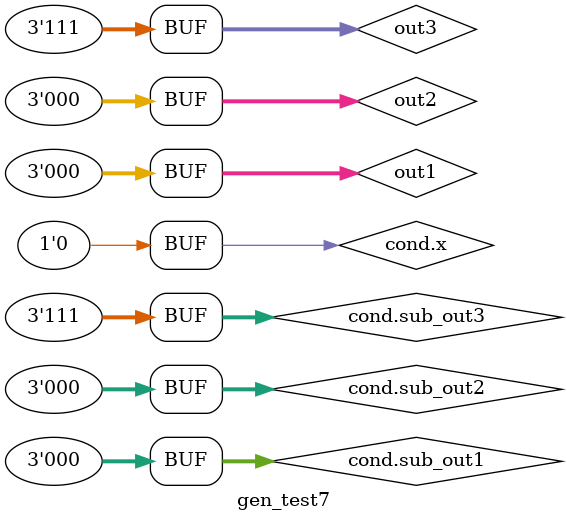
<source format=v>
/* Generated by Yosys 0.62+39 (git sha1 131911291-dirty, g++ 11.4.0-1ubuntu1~22.04.2 -Og -fPIC) */

(* src = "dut.sv:1.1-39.10" *)
(* top =  1  *)
module gen_test7();
  wire [2:0] \cond.sub_out1 ;
  wire [2:0] \cond.sub_out2 ;
  wire [2:0] \cond.sub_out3 ;
  wire \cond.x ;
  (* \reg  = 32'd1 *)
  (* src = "dut.sv:2.12-2.16" *)
  wire [2:0] out1;
  (* \reg  = 32'd1 *)
  (* src = "dut.sv:3.12-3.16" *)
  wire [2:0] out2;
  (* src = "dut.sv:4.13-4.17" *)
  wire [2:0] out3;
  assign \cond.x  = 1'h0;
  assign \cond.sub_out3  = 3'h7;
  assign \cond.sub_out2  = 3'h0;
  assign \cond.sub_out1  = 3'h0;
  assign out3 = 3'h7;
  assign out2 = 3'h0;
  assign out1 = 3'h0;
endmodule

</source>
